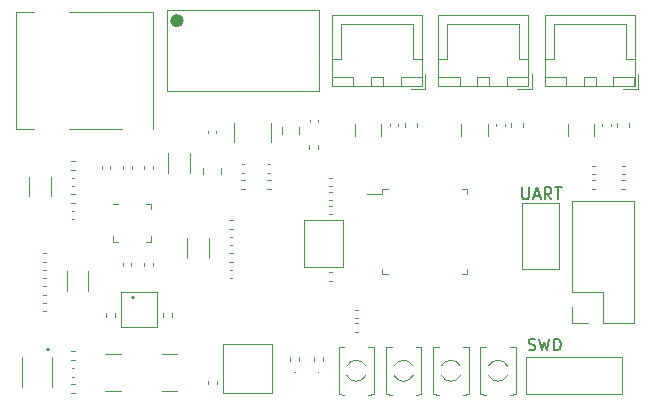
<source format=gbr>
%TF.GenerationSoftware,KiCad,Pcbnew,(7.0.0)*%
%TF.CreationDate,2023-04-19T17:04:57+08:00*%
%TF.ProjectId,Warehouse-on-STM32,57617265-686f-4757-9365-2d6f6e2d5354,rev?*%
%TF.SameCoordinates,Original*%
%TF.FileFunction,Legend,Top*%
%TF.FilePolarity,Positive*%
%FSLAX46Y46*%
G04 Gerber Fmt 4.6, Leading zero omitted, Abs format (unit mm)*
G04 Created by KiCad (PCBNEW (7.0.0)) date 2023-04-19 17:04:57*
%MOMM*%
%LPD*%
G01*
G04 APERTURE LIST*
%ADD10C,0.200000*%
%ADD11C,0.120000*%
%ADD12C,0.100000*%
%ADD13C,0.177000*%
%ADD14C,0.558000*%
%ADD15C,0.150000*%
G04 APERTURE END LIST*
D10*
X143038095Y-116082380D02*
X143038095Y-116891904D01*
X143038095Y-116891904D02*
X143085714Y-116987142D01*
X143085714Y-116987142D02*
X143133333Y-117034761D01*
X143133333Y-117034761D02*
X143228571Y-117082380D01*
X143228571Y-117082380D02*
X143419047Y-117082380D01*
X143419047Y-117082380D02*
X143514285Y-117034761D01*
X143514285Y-117034761D02*
X143561904Y-116987142D01*
X143561904Y-116987142D02*
X143609523Y-116891904D01*
X143609523Y-116891904D02*
X143609523Y-116082380D01*
X144038095Y-116796666D02*
X144514285Y-116796666D01*
X143942857Y-117082380D02*
X144276190Y-116082380D01*
X144276190Y-116082380D02*
X144609523Y-117082380D01*
X145514285Y-117082380D02*
X145180952Y-116606190D01*
X144942857Y-117082380D02*
X144942857Y-116082380D01*
X144942857Y-116082380D02*
X145323809Y-116082380D01*
X145323809Y-116082380D02*
X145419047Y-116130000D01*
X145419047Y-116130000D02*
X145466666Y-116177619D01*
X145466666Y-116177619D02*
X145514285Y-116272857D01*
X145514285Y-116272857D02*
X145514285Y-116415714D01*
X145514285Y-116415714D02*
X145466666Y-116510952D01*
X145466666Y-116510952D02*
X145419047Y-116558571D01*
X145419047Y-116558571D02*
X145323809Y-116606190D01*
X145323809Y-116606190D02*
X144942857Y-116606190D01*
X145800000Y-116082380D02*
X146371428Y-116082380D01*
X146085714Y-117082380D02*
X146085714Y-116082380D01*
X143590476Y-129834761D02*
X143733333Y-129882380D01*
X143733333Y-129882380D02*
X143971428Y-129882380D01*
X143971428Y-129882380D02*
X144066666Y-129834761D01*
X144066666Y-129834761D02*
X144114285Y-129787142D01*
X144114285Y-129787142D02*
X144161904Y-129691904D01*
X144161904Y-129691904D02*
X144161904Y-129596666D01*
X144161904Y-129596666D02*
X144114285Y-129501428D01*
X144114285Y-129501428D02*
X144066666Y-129453809D01*
X144066666Y-129453809D02*
X143971428Y-129406190D01*
X143971428Y-129406190D02*
X143780952Y-129358571D01*
X143780952Y-129358571D02*
X143685714Y-129310952D01*
X143685714Y-129310952D02*
X143638095Y-129263333D01*
X143638095Y-129263333D02*
X143590476Y-129168095D01*
X143590476Y-129168095D02*
X143590476Y-129072857D01*
X143590476Y-129072857D02*
X143638095Y-128977619D01*
X143638095Y-128977619D02*
X143685714Y-128930000D01*
X143685714Y-128930000D02*
X143780952Y-128882380D01*
X143780952Y-128882380D02*
X144019047Y-128882380D01*
X144019047Y-128882380D02*
X144161904Y-128930000D01*
X144495238Y-128882380D02*
X144733333Y-129882380D01*
X144733333Y-129882380D02*
X144923809Y-129168095D01*
X144923809Y-129168095D02*
X145114285Y-129882380D01*
X145114285Y-129882380D02*
X145352381Y-128882380D01*
X145733333Y-129882380D02*
X145733333Y-128882380D01*
X145733333Y-128882380D02*
X145971428Y-128882380D01*
X145971428Y-128882380D02*
X146114285Y-128930000D01*
X146114285Y-128930000D02*
X146209523Y-129025238D01*
X146209523Y-129025238D02*
X146257142Y-129120476D01*
X146257142Y-129120476D02*
X146304761Y-129310952D01*
X146304761Y-129310952D02*
X146304761Y-129453809D01*
X146304761Y-129453809D02*
X146257142Y-129644285D01*
X146257142Y-129644285D02*
X146209523Y-129739523D01*
X146209523Y-129739523D02*
X146114285Y-129834761D01*
X146114285Y-129834761D02*
X145971428Y-129882380D01*
X145971428Y-129882380D02*
X145733333Y-129882380D01*
D11*
%TO.C,C8*%
X118292164Y-123040000D02*
X118507836Y-123040000D01*
X118292164Y-123760000D02*
X118507836Y-123760000D01*
%TO.C,U5*%
X140120000Y-110700000D02*
X140120000Y-111700000D01*
X137880000Y-111700000D02*
X137880000Y-110700000D01*
%TO.C,J6*%
X143850000Y-107750000D02*
X143850000Y-106500000D01*
X143560000Y-107460000D02*
X143560000Y-101490000D01*
X143560000Y-101490000D02*
X135940000Y-101490000D01*
X143550000Y-107450000D02*
X143550000Y-106700000D01*
X143550000Y-106700000D02*
X141750000Y-106700000D01*
X143550000Y-105200000D02*
X142800000Y-105200000D01*
X142800000Y-105200000D02*
X142800000Y-102250000D01*
X142800000Y-102250000D02*
X139750000Y-102250000D01*
X142600000Y-107750000D02*
X143850000Y-107750000D01*
X141750000Y-107450000D02*
X143550000Y-107450000D01*
X141750000Y-106700000D02*
X141750000Y-107450000D01*
X140250000Y-107450000D02*
X140250000Y-106700000D01*
X140250000Y-106700000D02*
X139250000Y-106700000D01*
X139250000Y-107450000D02*
X140250000Y-107450000D01*
X139250000Y-106700000D02*
X139250000Y-107450000D01*
X137750000Y-107450000D02*
X137750000Y-106700000D01*
X137750000Y-106700000D02*
X135950000Y-106700000D01*
X136700000Y-105200000D02*
X136700000Y-102250000D01*
X136700000Y-102250000D02*
X139750000Y-102250000D01*
X135950000Y-107450000D02*
X137750000Y-107450000D01*
X135950000Y-106700000D02*
X135950000Y-107450000D01*
X135950000Y-105200000D02*
X136700000Y-105200000D01*
X135940000Y-107460000D02*
X143560000Y-107460000D01*
X135940000Y-101490000D02*
X135940000Y-107460000D01*
%TO.C,U1*%
X131190000Y-116190000D02*
X131190000Y-116640000D01*
X131190000Y-116640000D02*
X129900000Y-116640000D01*
X131190000Y-123410000D02*
X131190000Y-122960000D01*
X131640000Y-116190000D02*
X131190000Y-116190000D01*
X131640000Y-123410000D02*
X131190000Y-123410000D01*
X137960000Y-116190000D02*
X138410000Y-116190000D01*
X137960000Y-123410000D02*
X138410000Y-123410000D01*
X138410000Y-116190000D02*
X138410000Y-116640000D01*
X138410000Y-123410000D02*
X138410000Y-122960000D01*
%TO.C,R7*%
X118246359Y-118820000D02*
X118553641Y-118820000D01*
X118246359Y-119580000D02*
X118553641Y-119580000D01*
%TO.C,C19*%
X125760000Y-110354664D02*
X125760000Y-110570336D01*
X125040000Y-110354664D02*
X125040000Y-110570336D01*
%TO.C,C26*%
X152110000Y-110659420D02*
X152110000Y-110940580D01*
X151090000Y-110659420D02*
X151090000Y-110940580D01*
%TO.C,R16*%
X108580000Y-126746359D02*
X108580000Y-127053641D01*
X107820000Y-126746359D02*
X107820000Y-127053641D01*
D12*
%TO.C,D1*%
X123850000Y-131710000D02*
G75*
G03*
X123850000Y-131710000I-50000J0D01*
G01*
D11*
%TO.C,C30*%
X104892164Y-131368500D02*
X105107836Y-131368500D01*
X104892164Y-132088500D02*
X105107836Y-132088500D01*
%TO.C,C23*%
X116040000Y-114923752D02*
X116040000Y-114401248D01*
X117510000Y-114923752D02*
X117510000Y-114401248D01*
%TO.C,C2*%
X151707836Y-114960000D02*
X151492164Y-114960000D01*
X151707836Y-114240000D02*
X151492164Y-114240000D01*
D12*
%TO.C,SW4*%
X127500000Y-133600000D02*
X127984000Y-133632000D01*
X127500000Y-133600000D02*
X127500000Y-129600000D01*
X130500000Y-133600000D02*
X130016000Y-133632000D01*
X130500000Y-133600000D02*
X130500000Y-129600000D01*
X127500000Y-129600000D02*
X127984000Y-129568000D01*
X130500000Y-129600000D02*
X130016000Y-129568000D01*
X128200000Y-132000000D02*
G75*
G03*
X129800000Y-132000000I800000J400000D01*
G01*
X129800000Y-131200000D02*
G75*
G03*
X128200000Y-131200000I-800000J-400000D01*
G01*
D11*
%TO.C,R11*%
X104846359Y-113820000D02*
X105153641Y-113820000D01*
X104846359Y-114580000D02*
X105153641Y-114580000D01*
D12*
%TO.C,U9*%
X117717200Y-129317200D02*
X121882800Y-129317200D01*
X117717200Y-133482800D02*
X117717200Y-129317200D01*
X121882800Y-129317200D02*
X121882800Y-133482800D01*
X121882800Y-133482800D02*
X117717200Y-133482800D01*
D11*
%TO.C,U2*%
X108390000Y-120660000D02*
X108390000Y-120210000D01*
X108840000Y-117440000D02*
X108390000Y-117440000D01*
X108840000Y-120660000D02*
X108390000Y-120660000D01*
X111160000Y-117440000D02*
X111610000Y-117440000D01*
X111160000Y-120660000D02*
X111610000Y-120660000D01*
X111610000Y-117440000D02*
X111610000Y-117890000D01*
X111610000Y-120660000D02*
X111610000Y-120210000D01*
%TO.C,C3*%
X129107836Y-127160000D02*
X128892164Y-127160000D01*
X129107836Y-126440000D02*
X128892164Y-126440000D01*
%TO.C,C4*%
X126907836Y-117160000D02*
X126692164Y-117160000D01*
X126907836Y-116440000D02*
X126692164Y-116440000D01*
%TO.C,U3*%
X121760000Y-111462500D02*
X121760000Y-110662500D01*
X121760000Y-111462500D02*
X121760000Y-112262500D01*
X118640000Y-111462500D02*
X118640000Y-110662500D01*
X118640000Y-111462500D02*
X118640000Y-112262500D01*
D12*
%TO.C,D2*%
X125850000Y-131710000D02*
G75*
G03*
X125850000Y-131710000I-50000J0D01*
G01*
D11*
%TO.C,Q2*%
X113200000Y-130168500D02*
X112550000Y-130168500D01*
X113200000Y-130168500D02*
X113850000Y-130168500D01*
X113200000Y-133288500D02*
X112550000Y-133288500D01*
X113200000Y-133288500D02*
X113850000Y-133288500D01*
%TO.C,C16*%
X109960000Y-122492164D02*
X109960000Y-122707836D01*
X109240000Y-122492164D02*
X109240000Y-122707836D01*
%TO.C,L4*%
X114910000Y-113164758D02*
X114910000Y-114835242D01*
X113090000Y-113164758D02*
X113090000Y-114835242D01*
%TO.C,C20*%
X119292164Y-114102500D02*
X119507836Y-114102500D01*
X119292164Y-114822500D02*
X119507836Y-114822500D01*
%TO.C,Q1*%
X108400000Y-130168500D02*
X107750000Y-130168500D01*
X108400000Y-130168500D02*
X109050000Y-130168500D01*
X108400000Y-133288500D02*
X107750000Y-133288500D01*
X108400000Y-133288500D02*
X109050000Y-133288500D01*
%TO.C,R1*%
X149243641Y-116180000D02*
X148936359Y-116180000D01*
X149243641Y-115420000D02*
X148936359Y-115420000D01*
%TO.C,R9*%
X102753641Y-122380000D02*
X102446359Y-122380000D01*
X102753641Y-121620000D02*
X102446359Y-121620000D01*
%TO.C,C15*%
X111040000Y-114507836D02*
X111040000Y-114292164D01*
X111760000Y-114507836D02*
X111760000Y-114292164D01*
%TO.C,R17*%
X113380000Y-126746359D02*
X113380000Y-127053641D01*
X112620000Y-126746359D02*
X112620000Y-127053641D01*
D12*
%TO.C,U8*%
X103270000Y-130458500D02*
X103270000Y-132998500D01*
X100730000Y-130458500D02*
X100730000Y-132998500D01*
D13*
X102977500Y-129823500D02*
G75*
G03*
X102977500Y-129823500I-88500J0D01*
G01*
D11*
%TO.C,R20*%
X104846359Y-132748500D02*
X105153641Y-132748500D01*
X104846359Y-133508500D02*
X105153641Y-133508500D01*
D12*
%TO.C,SW2*%
X135500000Y-133600000D02*
X135984000Y-133632000D01*
X135500000Y-133600000D02*
X135500000Y-129600000D01*
X138500000Y-133600000D02*
X138016000Y-133632000D01*
X138500000Y-133600000D02*
X138500000Y-129600000D01*
X135500000Y-129600000D02*
X135984000Y-129568000D01*
X138500000Y-129600000D02*
X138016000Y-129568000D01*
X136200000Y-132000000D02*
G75*
G03*
X137800000Y-132000000I800000J400000D01*
G01*
X137800000Y-131200000D02*
G75*
G03*
X136200000Y-131200000I-800000J-400000D01*
G01*
D11*
%TO.C,C18*%
X107440000Y-114507836D02*
X107440000Y-114292164D01*
X108160000Y-114507836D02*
X108160000Y-114292164D01*
D12*
%TO.C,SW3*%
X131500000Y-133600000D02*
X131984000Y-133632000D01*
X131500000Y-133600000D02*
X131500000Y-129600000D01*
X134500000Y-133600000D02*
X134016000Y-133632000D01*
X134500000Y-133600000D02*
X134500000Y-129600000D01*
X131500000Y-129600000D02*
X131984000Y-129568000D01*
X134500000Y-129600000D02*
X134016000Y-129568000D01*
X132200000Y-132000000D02*
G75*
G03*
X133800000Y-132000000I800000J400000D01*
G01*
X133800000Y-131200000D02*
G75*
G03*
X132200000Y-131200000I-800000J-400000D01*
G01*
D11*
%TO.C,R6*%
X118246359Y-121620000D02*
X118553641Y-121620000D01*
X118246359Y-122380000D02*
X118553641Y-122380000D01*
%TO.C,C28*%
X141560000Y-110692164D02*
X141560000Y-110907836D01*
X140840000Y-110692164D02*
X140840000Y-110907836D01*
%TO.C,C21*%
X116440000Y-111507836D02*
X116440000Y-111292164D01*
X117160000Y-111507836D02*
X117160000Y-111292164D01*
%TO.C,C29*%
X150560000Y-110692164D02*
X150560000Y-110907836D01*
X149840000Y-110692164D02*
X149840000Y-110907836D01*
%TO.C,J1*%
X152470000Y-127530000D02*
X152470000Y-117250000D01*
X152470000Y-127530000D02*
X149870000Y-127530000D01*
X152470000Y-117250000D02*
X147270000Y-117250000D01*
X149870000Y-127530000D02*
X149870000Y-124930000D01*
X149870000Y-124930000D02*
X147270000Y-124930000D01*
X148600000Y-127530000D02*
X147270000Y-127530000D01*
X147270000Y-127530000D02*
X147270000Y-126200000D01*
X147270000Y-124930000D02*
X147270000Y-117250000D01*
%TO.C,R14*%
X121753641Y-116242500D02*
X121446359Y-116242500D01*
X121753641Y-115482500D02*
X121446359Y-115482500D01*
%TO.C,C7*%
X126907836Y-123960000D02*
X126692164Y-123960000D01*
X126907836Y-123240000D02*
X126692164Y-123240000D01*
%TO.C,R13*%
X125780000Y-112508859D02*
X125780000Y-112816141D01*
X125020000Y-112508859D02*
X125020000Y-112816141D01*
%TO.C,C6*%
X126907836Y-115960000D02*
X126692164Y-115960000D01*
X126907836Y-115240000D02*
X126692164Y-115240000D01*
%TO.C,R19*%
X117180000Y-132446359D02*
X117180000Y-132753641D01*
X116420000Y-132446359D02*
X116420000Y-132753641D01*
%TO.C,C5*%
X126907836Y-118360000D02*
X126692164Y-118360000D01*
X126907836Y-117640000D02*
X126692164Y-117640000D01*
%TO.C,C12*%
X102707836Y-123760000D02*
X102492164Y-123760000D01*
X102707836Y-123040000D02*
X102492164Y-123040000D01*
D12*
%TO.C,J3*%
X146200000Y-117375000D02*
X143000000Y-117375000D01*
X143000000Y-117375000D02*
X143000000Y-123025000D01*
X143000000Y-123025000D02*
X146200000Y-123025000D01*
X146200000Y-123025000D02*
X146200000Y-117375000D01*
D11*
%TO.C,R15*%
X119553641Y-116242500D02*
X119246359Y-116242500D01*
X119553641Y-115482500D02*
X119246359Y-115482500D01*
D12*
%TO.C,SW1*%
X139500000Y-133600000D02*
X139984000Y-133632000D01*
X139500000Y-133600000D02*
X139500000Y-129600000D01*
X142500000Y-133600000D02*
X142016000Y-133632000D01*
X142500000Y-133600000D02*
X142500000Y-129600000D01*
X139500000Y-129600000D02*
X139984000Y-129568000D01*
X142500000Y-129600000D02*
X142016000Y-129568000D01*
X140200000Y-132000000D02*
G75*
G03*
X141800000Y-132000000I800000J400000D01*
G01*
X141800000Y-131200000D02*
G75*
G03*
X140200000Y-131200000I-800000J-400000D01*
G01*
D11*
%TO.C,Y1*%
X127850000Y-118800000D02*
X124550000Y-118800000D01*
X127850000Y-118800000D02*
X127850000Y-122800000D01*
X124550000Y-118800000D02*
X124550000Y-122800000D01*
X127850000Y-122800000D02*
X124550000Y-122800000D01*
%TO.C,R4*%
X125420000Y-130753641D02*
X125420000Y-130446359D01*
X126180000Y-130753641D02*
X126180000Y-130446359D01*
%TO.C,C13*%
X104892164Y-115240000D02*
X105107836Y-115240000D01*
X104892164Y-115960000D02*
X105107836Y-115960000D01*
%TO.C,C27*%
X132560000Y-110692164D02*
X132560000Y-110907836D01*
X131840000Y-110692164D02*
X131840000Y-110907836D01*
%TO.C,R3*%
X123420000Y-130753641D02*
X123420000Y-130446359D01*
X124180000Y-130753641D02*
X124180000Y-130446359D01*
D12*
%TO.C,J2*%
X143325000Y-130400000D02*
X151475000Y-130400000D01*
X151475000Y-130400000D02*
X151475000Y-133600000D01*
X151475000Y-133600000D02*
X143325000Y-133600000D01*
X143325000Y-133600000D02*
X143325000Y-130400000D01*
D11*
%TO.C,R5*%
X128846359Y-127572000D02*
X129153641Y-127572000D01*
X128846359Y-128332000D02*
X129153641Y-128332000D01*
%TO.C,L1*%
X114690000Y-122035242D02*
X114690000Y-120364758D01*
X116510000Y-122035242D02*
X116510000Y-120364758D01*
%TO.C,U4*%
X131120000Y-110700000D02*
X131120000Y-111700000D01*
X128880000Y-111700000D02*
X128880000Y-110700000D01*
%TO.C,R18*%
X104846359Y-129948500D02*
X105153641Y-129948500D01*
X104846359Y-130708500D02*
X105153641Y-130708500D01*
%TO.C,J5*%
X134850000Y-107750000D02*
X134850000Y-106500000D01*
X134560000Y-107460000D02*
X134560000Y-101490000D01*
X134560000Y-101490000D02*
X126940000Y-101490000D01*
X134550000Y-107450000D02*
X134550000Y-106700000D01*
X134550000Y-106700000D02*
X132750000Y-106700000D01*
X134550000Y-105200000D02*
X133800000Y-105200000D01*
X133800000Y-105200000D02*
X133800000Y-102250000D01*
X133800000Y-102250000D02*
X130750000Y-102250000D01*
X133600000Y-107750000D02*
X134850000Y-107750000D01*
X132750000Y-107450000D02*
X134550000Y-107450000D01*
X132750000Y-106700000D02*
X132750000Y-107450000D01*
X131250000Y-107450000D02*
X131250000Y-106700000D01*
X131250000Y-106700000D02*
X130250000Y-106700000D01*
X130250000Y-107450000D02*
X131250000Y-107450000D01*
X130250000Y-106700000D02*
X130250000Y-107450000D01*
X128750000Y-107450000D02*
X128750000Y-106700000D01*
X128750000Y-106700000D02*
X126950000Y-106700000D01*
X127700000Y-105200000D02*
X127700000Y-102250000D01*
X127700000Y-102250000D02*
X130750000Y-102250000D01*
X126950000Y-107450000D02*
X128750000Y-107450000D01*
X126950000Y-106700000D02*
X126950000Y-107450000D01*
X126950000Y-105200000D02*
X127700000Y-105200000D01*
X126940000Y-107460000D02*
X134560000Y-107460000D01*
X126940000Y-101490000D02*
X126940000Y-107460000D01*
%TO.C,U6*%
X149120000Y-110700000D02*
X149120000Y-111700000D01*
X146880000Y-111700000D02*
X146880000Y-110700000D01*
%TO.C,C22*%
X121707836Y-114822500D02*
X121492164Y-114822500D01*
X121707836Y-114102500D02*
X121492164Y-114102500D01*
%TO.C,L2*%
X104490000Y-124835242D02*
X104490000Y-123164758D01*
X106310000Y-124835242D02*
X106310000Y-123164758D01*
%TO.C,C10*%
X104892164Y-118040000D02*
X105107836Y-118040000D01*
X104892164Y-118760000D02*
X105107836Y-118760000D01*
%TO.C,J7*%
X152850000Y-107750000D02*
X152850000Y-106500000D01*
X152560000Y-107460000D02*
X152560000Y-101490000D01*
X152560000Y-101490000D02*
X144940000Y-101490000D01*
X152550000Y-107450000D02*
X152550000Y-106700000D01*
X152550000Y-106700000D02*
X150750000Y-106700000D01*
X152550000Y-105200000D02*
X151800000Y-105200000D01*
X151800000Y-105200000D02*
X151800000Y-102250000D01*
X151800000Y-102250000D02*
X148750000Y-102250000D01*
X151600000Y-107750000D02*
X152850000Y-107750000D01*
X150750000Y-107450000D02*
X152550000Y-107450000D01*
X150750000Y-106700000D02*
X150750000Y-107450000D01*
X149250000Y-107450000D02*
X149250000Y-106700000D01*
X149250000Y-106700000D02*
X148250000Y-106700000D01*
X148250000Y-107450000D02*
X149250000Y-107450000D01*
X148250000Y-106700000D02*
X148250000Y-107450000D01*
X146750000Y-107450000D02*
X146750000Y-106700000D01*
X146750000Y-106700000D02*
X144950000Y-106700000D01*
X145700000Y-105200000D02*
X145700000Y-102250000D01*
X145700000Y-102250000D02*
X148750000Y-102250000D01*
X144950000Y-107450000D02*
X146750000Y-107450000D01*
X144950000Y-106700000D02*
X144950000Y-107450000D01*
X144950000Y-105200000D02*
X145700000Y-105200000D01*
X144940000Y-107460000D02*
X152560000Y-107460000D01*
X144940000Y-101490000D02*
X144940000Y-107460000D01*
%TO.C,C1*%
X149197836Y-114960000D02*
X148982164Y-114960000D01*
X149197836Y-114240000D02*
X148982164Y-114240000D01*
%TO.C,C24*%
X134110000Y-110659420D02*
X134110000Y-110940580D01*
X133090000Y-110659420D02*
X133090000Y-110940580D01*
%TO.C,C9*%
X102707836Y-126560000D02*
X102492164Y-126560000D01*
X102707836Y-125840000D02*
X102492164Y-125840000D01*
%TO.C,C17*%
X124135000Y-111001248D02*
X124135000Y-111523752D01*
X122665000Y-111001248D02*
X122665000Y-111523752D01*
D12*
%TO.C,J4*%
X100200000Y-101200000D02*
X100200000Y-111100000D01*
X100200000Y-101200000D02*
X101700000Y-101200000D01*
X100200000Y-111100000D02*
X101700000Y-111100000D01*
X104700000Y-101200000D02*
X111800000Y-101200000D01*
X104700000Y-111100000D02*
X109200000Y-111100000D01*
X111800000Y-101200000D02*
X111800000Y-111100000D01*
D11*
%TO.C,R2*%
X151753641Y-116180000D02*
X151446359Y-116180000D01*
X151753641Y-115420000D02*
X151446359Y-115420000D01*
D12*
%TO.C,SW5*%
X112950000Y-101050000D02*
X125850000Y-101050000D01*
X125850000Y-101050000D02*
X125850000Y-107950000D01*
X125850000Y-107950000D02*
X112950000Y-107950000D01*
X112950000Y-107950000D02*
X112950000Y-101050000D01*
D14*
X114091000Y-101960000D02*
G75*
G03*
X114091000Y-101960000I-279000J0D01*
G01*
D11*
%TO.C,R8*%
X102753641Y-125180000D02*
X102446359Y-125180000D01*
X102753641Y-124420000D02*
X102446359Y-124420000D01*
%TO.C,C11*%
X118292164Y-120240000D02*
X118507836Y-120240000D01*
X118292164Y-120960000D02*
X118507836Y-120960000D01*
%TO.C,C25*%
X143110000Y-110659420D02*
X143110000Y-110940580D01*
X142090000Y-110659420D02*
X142090000Y-110940580D01*
%TO.C,C14*%
X111760000Y-122492164D02*
X111760000Y-122707836D01*
X111040000Y-122492164D02*
X111040000Y-122707836D01*
%TO.C,R10*%
X104846359Y-116620000D02*
X105153641Y-116620000D01*
X104846359Y-117380000D02*
X105153641Y-117380000D01*
%TO.C,R12*%
X109980000Y-114246359D02*
X109980000Y-114553641D01*
X109220000Y-114246359D02*
X109220000Y-114553641D01*
D12*
%TO.C,U7*%
X109100000Y-124900000D02*
X112100000Y-124900000D01*
X109100000Y-127900000D02*
X109100000Y-124900000D01*
X109100000Y-127900000D02*
X112100000Y-127900000D01*
X112100000Y-127900000D02*
X112100000Y-124900000D01*
D15*
X110167000Y-125384000D02*
G75*
G03*
X110167000Y-125384000I-75000J0D01*
G01*
D11*
%TO.C,L3*%
X101290000Y-116835242D02*
X101290000Y-115164758D01*
X103110000Y-116835242D02*
X103110000Y-115164758D01*
%TD*%
M02*

</source>
